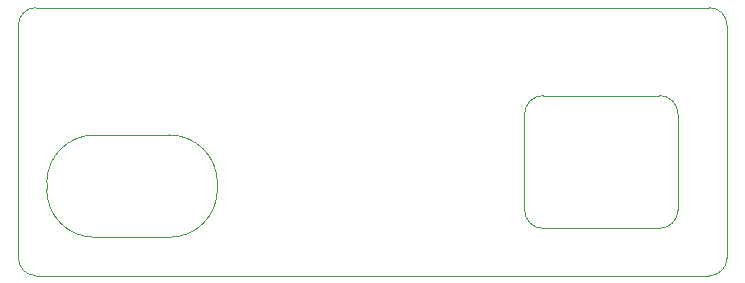
<source format=gbr>
%TF.GenerationSoftware,KiCad,Pcbnew,8.0.4*%
%TF.CreationDate,2024-08-02T10:11:31-04:00*%
%TF.ProjectId,esptemp8c_panel1,65737074-656d-4703-9863-5f70616e656c,rev?*%
%TF.SameCoordinates,Original*%
%TF.FileFunction,Profile,NP*%
%FSLAX46Y46*%
G04 Gerber Fmt 4.6, Leading zero omitted, Abs format (unit mm)*
G04 Created by KiCad (PCBNEW 8.0.4) date 2024-08-02 10:11:31*
%MOMM*%
%LPD*%
G01*
G04 APERTURE LIST*
%TA.AperFunction,Profile*%
%ADD10C,0.100000*%
%TD*%
G04 APERTURE END LIST*
D10*
X141540984Y-99480009D02*
X144410984Y-99480009D01*
X179528484Y-87480009D02*
X189363484Y-87480009D01*
X190950984Y-97142509D02*
G75*
G02*
X189363484Y-98729984I-1587484J9D01*
G01*
X137490984Y-94870009D02*
G75*
G02*
X141540984Y-90819984I4050016J9D01*
G01*
X137490984Y-94870009D02*
X137490984Y-95430009D01*
X144410984Y-99480009D02*
X144420984Y-99480009D01*
X151940984Y-95430009D02*
G75*
G02*
X147890984Y-99479984I-4049984J9D01*
G01*
X147890984Y-90820009D02*
X141540984Y-90820009D01*
X135090983Y-81530009D02*
G75*
G02*
X136590983Y-80029983I1500017J9D01*
G01*
X189363484Y-87480009D02*
G75*
G02*
X190950991Y-89067509I16J-1587491D01*
G01*
X151940984Y-95430009D02*
X151940984Y-94870009D01*
X190950984Y-89067509D02*
X190950984Y-97142509D01*
X177940984Y-97142509D02*
X177940984Y-89067509D01*
X189363484Y-98730009D02*
X179528484Y-98730009D01*
X135090983Y-81530009D02*
X135090983Y-101230009D01*
X195090983Y-101230009D02*
X195090983Y-81530009D01*
X193590983Y-80030009D02*
X136590983Y-80030009D01*
X144420984Y-99480009D02*
X147890984Y-99480009D01*
X193590983Y-80030009D02*
G75*
G02*
X195090991Y-81530009I17J-1499991D01*
G01*
X141540984Y-99480009D02*
G75*
G02*
X137490991Y-95430009I16J4050009D01*
G01*
X177940984Y-89067509D02*
G75*
G02*
X179528484Y-87479984I1587516J9D01*
G01*
X136590983Y-102730009D02*
G75*
G02*
X135090991Y-101230009I17J1500009D01*
G01*
X136590983Y-102730009D02*
X193590983Y-102730009D01*
X195090983Y-101230009D02*
G75*
G02*
X193590983Y-102729983I-1499983J9D01*
G01*
X179528484Y-98730009D02*
G75*
G02*
X177940991Y-97142509I16J1587509D01*
G01*
X147890984Y-90820009D02*
G75*
G02*
X151940991Y-94870009I16J-4049991D01*
G01*
M02*

</source>
